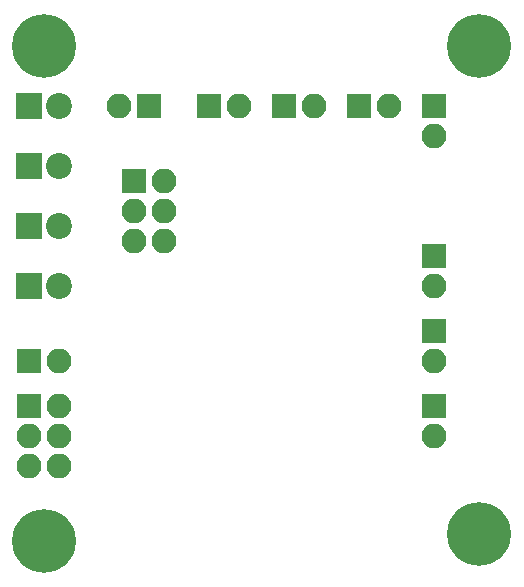
<source format=gbs>
G04 #@! TF.FileFunction,Soldermask,Bot*
%FSLAX46Y46*%
G04 Gerber Fmt 4.6, Leading zero omitted, Abs format (unit mm)*
G04 Created by KiCad (PCBNEW 4.0.7) date 04/11/18 21:21:16*
%MOMM*%
%LPD*%
G01*
G04 APERTURE LIST*
%ADD10C,0.100000*%
%ADD11C,5.400000*%
%ADD12R,2.200000X2.200000*%
%ADD13C,2.200000*%
%ADD14R,2.100000X2.100000*%
%ADD15O,2.100000X2.100000*%
G04 APERTURE END LIST*
D10*
D11*
X133350000Y-77470000D03*
X133350000Y-119380000D03*
X170180000Y-77470000D03*
D12*
X132080000Y-97790000D03*
D13*
X134620000Y-97790000D03*
D12*
X132080000Y-92710000D03*
D13*
X134620000Y-92710000D03*
D12*
X132080000Y-82550000D03*
D13*
X134620000Y-82550000D03*
D12*
X132080000Y-87630000D03*
D13*
X134620000Y-87630000D03*
D14*
X140970000Y-88900000D03*
D15*
X143510000Y-88900000D03*
X140970000Y-91440000D03*
X143510000Y-91440000D03*
X140970000Y-93980000D03*
X143510000Y-93980000D03*
D14*
X132080000Y-107950000D03*
D15*
X134620000Y-107950000D03*
X132080000Y-110490000D03*
X134620000Y-110490000D03*
X132080000Y-113030000D03*
X134620000Y-113030000D03*
D14*
X132080000Y-104140000D03*
D15*
X134620000Y-104140000D03*
D14*
X147320000Y-82550000D03*
D15*
X149860000Y-82550000D03*
D14*
X153670000Y-82550000D03*
D15*
X156210000Y-82550000D03*
D14*
X160020000Y-82550000D03*
D15*
X162560000Y-82550000D03*
D14*
X166370000Y-101600000D03*
D15*
X166370000Y-104140000D03*
D14*
X166370000Y-107950000D03*
D15*
X166370000Y-110490000D03*
D14*
X166370000Y-95250000D03*
D15*
X166370000Y-97790000D03*
D14*
X166370000Y-82550000D03*
D15*
X166370000Y-85090000D03*
D14*
X142240000Y-82550000D03*
D15*
X139700000Y-82550000D03*
D11*
X170180000Y-118745000D03*
M02*

</source>
